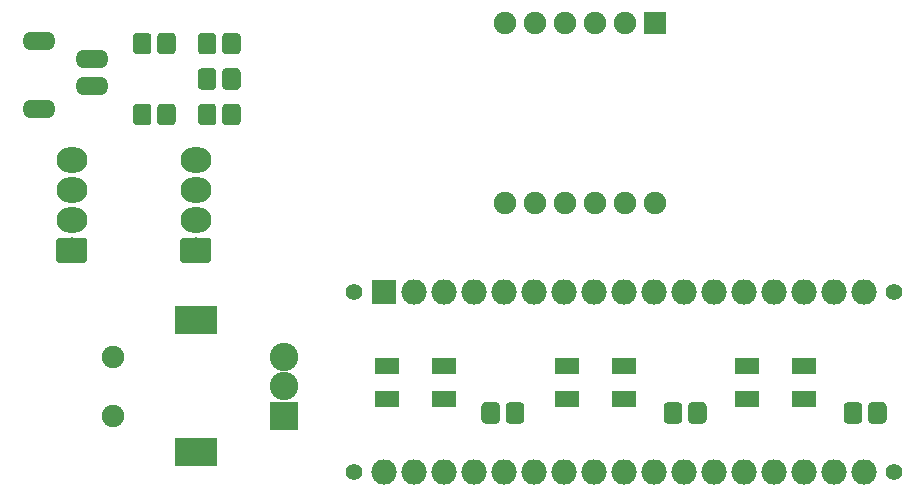
<source format=gbr>
G04 #@! TF.GenerationSoftware,KiCad,Pcbnew,(5.1.4)-1*
G04 #@! TF.CreationDate,2019-09-08T22:11:41-07:00*
G04 #@! TF.ProjectId,arduino-micro,61726475-696e-46f2-9d6d-6963726f2e6b,rev?*
G04 #@! TF.SameCoordinates,Original*
G04 #@! TF.FileFunction,Soldermask,Top*
G04 #@! TF.FilePolarity,Negative*
%FSLAX46Y46*%
G04 Gerber Fmt 4.6, Leading zero omitted, Abs format (unit mm)*
G04 Created by KiCad (PCBNEW (5.1.4)-1) date 2019-09-08 22:11:41*
%MOMM*%
%LPD*%
G04 APERTURE LIST*
%ADD10C,0.100000*%
%ADD11C,1.556400*%
%ADD12O,2.606400X2.146400*%
%ADD13C,2.146400*%
%ADD14O,2.806400X1.606400*%
%ADD15O,2.133600X2.133600*%
%ADD16C,1.422400*%
%ADD17R,2.133600X2.133600*%
%ADD18R,2.006400X1.406400*%
%ADD19C,1.906400*%
%ADD20R,1.906400X1.906400*%
%ADD21R,2.406400X2.406400*%
%ADD22C,2.406400*%
%ADD23R,3.606400X2.406400*%
G04 APERTURE END LIST*
D10*
G36*
X127998017Y-96098429D02*
G01*
X128030861Y-96103301D01*
X128063070Y-96111369D01*
X128094333Y-96122555D01*
X128124349Y-96136752D01*
X128152829Y-96153822D01*
X128179498Y-96173601D01*
X128204100Y-96195900D01*
X128226399Y-96220502D01*
X128246178Y-96247171D01*
X128263248Y-96275651D01*
X128277445Y-96305667D01*
X128288631Y-96336930D01*
X128296699Y-96369139D01*
X128301571Y-96401983D01*
X128303200Y-96435147D01*
X128303200Y-97564853D01*
X128301571Y-97598017D01*
X128296699Y-97630861D01*
X128288631Y-97663070D01*
X128277445Y-97694333D01*
X128263248Y-97724349D01*
X128246178Y-97752829D01*
X128226399Y-97779498D01*
X128204100Y-97804100D01*
X128179498Y-97826399D01*
X128152829Y-97846178D01*
X128124349Y-97863248D01*
X128094333Y-97877445D01*
X128063070Y-97888631D01*
X128030861Y-97896699D01*
X127998017Y-97901571D01*
X127964853Y-97903200D01*
X127085147Y-97903200D01*
X127051983Y-97901571D01*
X127019139Y-97896699D01*
X126986930Y-97888631D01*
X126955667Y-97877445D01*
X126925651Y-97863248D01*
X126897171Y-97846178D01*
X126870502Y-97826399D01*
X126845900Y-97804100D01*
X126823601Y-97779498D01*
X126803822Y-97752829D01*
X126786752Y-97724349D01*
X126772555Y-97694333D01*
X126761369Y-97663070D01*
X126753301Y-97630861D01*
X126748429Y-97598017D01*
X126746800Y-97564853D01*
X126746800Y-96435147D01*
X126748429Y-96401983D01*
X126753301Y-96369139D01*
X126761369Y-96336930D01*
X126772555Y-96305667D01*
X126786752Y-96275651D01*
X126803822Y-96247171D01*
X126823601Y-96220502D01*
X126845900Y-96195900D01*
X126870502Y-96173601D01*
X126897171Y-96153822D01*
X126925651Y-96136752D01*
X126955667Y-96122555D01*
X126986930Y-96111369D01*
X127019139Y-96103301D01*
X127051983Y-96098429D01*
X127085147Y-96096800D01*
X127964853Y-96096800D01*
X127998017Y-96098429D01*
X127998017Y-96098429D01*
G37*
D11*
X127525000Y-97000000D03*
D10*
G36*
X125948017Y-96098429D02*
G01*
X125980861Y-96103301D01*
X126013070Y-96111369D01*
X126044333Y-96122555D01*
X126074349Y-96136752D01*
X126102829Y-96153822D01*
X126129498Y-96173601D01*
X126154100Y-96195900D01*
X126176399Y-96220502D01*
X126196178Y-96247171D01*
X126213248Y-96275651D01*
X126227445Y-96305667D01*
X126238631Y-96336930D01*
X126246699Y-96369139D01*
X126251571Y-96401983D01*
X126253200Y-96435147D01*
X126253200Y-97564853D01*
X126251571Y-97598017D01*
X126246699Y-97630861D01*
X126238631Y-97663070D01*
X126227445Y-97694333D01*
X126213248Y-97724349D01*
X126196178Y-97752829D01*
X126176399Y-97779498D01*
X126154100Y-97804100D01*
X126129498Y-97826399D01*
X126102829Y-97846178D01*
X126074349Y-97863248D01*
X126044333Y-97877445D01*
X126013070Y-97888631D01*
X125980861Y-97896699D01*
X125948017Y-97901571D01*
X125914853Y-97903200D01*
X125035147Y-97903200D01*
X125001983Y-97901571D01*
X124969139Y-97896699D01*
X124936930Y-97888631D01*
X124905667Y-97877445D01*
X124875651Y-97863248D01*
X124847171Y-97846178D01*
X124820502Y-97826399D01*
X124795900Y-97804100D01*
X124773601Y-97779498D01*
X124753822Y-97752829D01*
X124736752Y-97724349D01*
X124722555Y-97694333D01*
X124711369Y-97663070D01*
X124703301Y-97630861D01*
X124698429Y-97598017D01*
X124696800Y-97564853D01*
X124696800Y-96435147D01*
X124698429Y-96401983D01*
X124703301Y-96369139D01*
X124711369Y-96336930D01*
X124722555Y-96305667D01*
X124736752Y-96275651D01*
X124753822Y-96247171D01*
X124773601Y-96220502D01*
X124795900Y-96195900D01*
X124820502Y-96173601D01*
X124847171Y-96153822D01*
X124875651Y-96136752D01*
X124905667Y-96122555D01*
X124936930Y-96111369D01*
X124969139Y-96103301D01*
X125001983Y-96098429D01*
X125035147Y-96096800D01*
X125914853Y-96096800D01*
X125948017Y-96098429D01*
X125948017Y-96098429D01*
G37*
D11*
X125475000Y-97000000D03*
D10*
G36*
X127998017Y-102098429D02*
G01*
X128030861Y-102103301D01*
X128063070Y-102111369D01*
X128094333Y-102122555D01*
X128124349Y-102136752D01*
X128152829Y-102153822D01*
X128179498Y-102173601D01*
X128204100Y-102195900D01*
X128226399Y-102220502D01*
X128246178Y-102247171D01*
X128263248Y-102275651D01*
X128277445Y-102305667D01*
X128288631Y-102336930D01*
X128296699Y-102369139D01*
X128301571Y-102401983D01*
X128303200Y-102435147D01*
X128303200Y-103564853D01*
X128301571Y-103598017D01*
X128296699Y-103630861D01*
X128288631Y-103663070D01*
X128277445Y-103694333D01*
X128263248Y-103724349D01*
X128246178Y-103752829D01*
X128226399Y-103779498D01*
X128204100Y-103804100D01*
X128179498Y-103826399D01*
X128152829Y-103846178D01*
X128124349Y-103863248D01*
X128094333Y-103877445D01*
X128063070Y-103888631D01*
X128030861Y-103896699D01*
X127998017Y-103901571D01*
X127964853Y-103903200D01*
X127085147Y-103903200D01*
X127051983Y-103901571D01*
X127019139Y-103896699D01*
X126986930Y-103888631D01*
X126955667Y-103877445D01*
X126925651Y-103863248D01*
X126897171Y-103846178D01*
X126870502Y-103826399D01*
X126845900Y-103804100D01*
X126823601Y-103779498D01*
X126803822Y-103752829D01*
X126786752Y-103724349D01*
X126772555Y-103694333D01*
X126761369Y-103663070D01*
X126753301Y-103630861D01*
X126748429Y-103598017D01*
X126746800Y-103564853D01*
X126746800Y-102435147D01*
X126748429Y-102401983D01*
X126753301Y-102369139D01*
X126761369Y-102336930D01*
X126772555Y-102305667D01*
X126786752Y-102275651D01*
X126803822Y-102247171D01*
X126823601Y-102220502D01*
X126845900Y-102195900D01*
X126870502Y-102173601D01*
X126897171Y-102153822D01*
X126925651Y-102136752D01*
X126955667Y-102122555D01*
X126986930Y-102111369D01*
X127019139Y-102103301D01*
X127051983Y-102098429D01*
X127085147Y-102096800D01*
X127964853Y-102096800D01*
X127998017Y-102098429D01*
X127998017Y-102098429D01*
G37*
D11*
X127525000Y-103000000D03*
D10*
G36*
X125948017Y-102098429D02*
G01*
X125980861Y-102103301D01*
X126013070Y-102111369D01*
X126044333Y-102122555D01*
X126074349Y-102136752D01*
X126102829Y-102153822D01*
X126129498Y-102173601D01*
X126154100Y-102195900D01*
X126176399Y-102220502D01*
X126196178Y-102247171D01*
X126213248Y-102275651D01*
X126227445Y-102305667D01*
X126238631Y-102336930D01*
X126246699Y-102369139D01*
X126251571Y-102401983D01*
X126253200Y-102435147D01*
X126253200Y-103564853D01*
X126251571Y-103598017D01*
X126246699Y-103630861D01*
X126238631Y-103663070D01*
X126227445Y-103694333D01*
X126213248Y-103724349D01*
X126196178Y-103752829D01*
X126176399Y-103779498D01*
X126154100Y-103804100D01*
X126129498Y-103826399D01*
X126102829Y-103846178D01*
X126074349Y-103863248D01*
X126044333Y-103877445D01*
X126013070Y-103888631D01*
X125980861Y-103896699D01*
X125948017Y-103901571D01*
X125914853Y-103903200D01*
X125035147Y-103903200D01*
X125001983Y-103901571D01*
X124969139Y-103896699D01*
X124936930Y-103888631D01*
X124905667Y-103877445D01*
X124875651Y-103863248D01*
X124847171Y-103846178D01*
X124820502Y-103826399D01*
X124795900Y-103804100D01*
X124773601Y-103779498D01*
X124753822Y-103752829D01*
X124736752Y-103724349D01*
X124722555Y-103694333D01*
X124711369Y-103663070D01*
X124703301Y-103630861D01*
X124698429Y-103598017D01*
X124696800Y-103564853D01*
X124696800Y-102435147D01*
X124698429Y-102401983D01*
X124703301Y-102369139D01*
X124711369Y-102336930D01*
X124722555Y-102305667D01*
X124736752Y-102275651D01*
X124753822Y-102247171D01*
X124773601Y-102220502D01*
X124795900Y-102195900D01*
X124820502Y-102173601D01*
X124847171Y-102153822D01*
X124875651Y-102136752D01*
X124905667Y-102122555D01*
X124936930Y-102111369D01*
X124969139Y-102103301D01*
X125001983Y-102098429D01*
X125035147Y-102096800D01*
X125914853Y-102096800D01*
X125948017Y-102098429D01*
X125948017Y-102098429D01*
G37*
D11*
X125475000Y-103000000D03*
D12*
X119500000Y-106880000D03*
X119500000Y-109420000D03*
X119500000Y-111960000D03*
D10*
G36*
X120525038Y-113428285D02*
G01*
X120554974Y-113432726D01*
X120584331Y-113440079D01*
X120612826Y-113450275D01*
X120640184Y-113463214D01*
X120666142Y-113478773D01*
X120690451Y-113496801D01*
X120712875Y-113517125D01*
X120733199Y-113539549D01*
X120751227Y-113563858D01*
X120766786Y-113589816D01*
X120779725Y-113617174D01*
X120789921Y-113645669D01*
X120797274Y-113675026D01*
X120801715Y-113704962D01*
X120803200Y-113735190D01*
X120803200Y-115264810D01*
X120801715Y-115295038D01*
X120797274Y-115324974D01*
X120789921Y-115354331D01*
X120779725Y-115382826D01*
X120766786Y-115410184D01*
X120751227Y-115436142D01*
X120733199Y-115460451D01*
X120712875Y-115482875D01*
X120690451Y-115503199D01*
X120666142Y-115521227D01*
X120640184Y-115536786D01*
X120612826Y-115549725D01*
X120584331Y-115559921D01*
X120554974Y-115567274D01*
X120525038Y-115571715D01*
X120494810Y-115573200D01*
X118505190Y-115573200D01*
X118474962Y-115571715D01*
X118445026Y-115567274D01*
X118415669Y-115559921D01*
X118387174Y-115549725D01*
X118359816Y-115536786D01*
X118333858Y-115521227D01*
X118309549Y-115503199D01*
X118287125Y-115482875D01*
X118266801Y-115460451D01*
X118248773Y-115436142D01*
X118233214Y-115410184D01*
X118220275Y-115382826D01*
X118210079Y-115354331D01*
X118202726Y-115324974D01*
X118198285Y-115295038D01*
X118196800Y-115264810D01*
X118196800Y-113735190D01*
X118198285Y-113704962D01*
X118202726Y-113675026D01*
X118210079Y-113645669D01*
X118220275Y-113617174D01*
X118233214Y-113589816D01*
X118248773Y-113563858D01*
X118266801Y-113539549D01*
X118287125Y-113517125D01*
X118309549Y-113496801D01*
X118333858Y-113478773D01*
X118359816Y-113463214D01*
X118387174Y-113450275D01*
X118415669Y-113440079D01*
X118445026Y-113432726D01*
X118474962Y-113428285D01*
X118505190Y-113426800D01*
X120494810Y-113426800D01*
X120525038Y-113428285D01*
X120525038Y-113428285D01*
G37*
D13*
X119500000Y-114500000D03*
D12*
X130000000Y-106880000D03*
X130000000Y-109420000D03*
X130000000Y-111960000D03*
D10*
G36*
X131025038Y-113428285D02*
G01*
X131054974Y-113432726D01*
X131084331Y-113440079D01*
X131112826Y-113450275D01*
X131140184Y-113463214D01*
X131166142Y-113478773D01*
X131190451Y-113496801D01*
X131212875Y-113517125D01*
X131233199Y-113539549D01*
X131251227Y-113563858D01*
X131266786Y-113589816D01*
X131279725Y-113617174D01*
X131289921Y-113645669D01*
X131297274Y-113675026D01*
X131301715Y-113704962D01*
X131303200Y-113735190D01*
X131303200Y-115264810D01*
X131301715Y-115295038D01*
X131297274Y-115324974D01*
X131289921Y-115354331D01*
X131279725Y-115382826D01*
X131266786Y-115410184D01*
X131251227Y-115436142D01*
X131233199Y-115460451D01*
X131212875Y-115482875D01*
X131190451Y-115503199D01*
X131166142Y-115521227D01*
X131140184Y-115536786D01*
X131112826Y-115549725D01*
X131084331Y-115559921D01*
X131054974Y-115567274D01*
X131025038Y-115571715D01*
X130994810Y-115573200D01*
X129005190Y-115573200D01*
X128974962Y-115571715D01*
X128945026Y-115567274D01*
X128915669Y-115559921D01*
X128887174Y-115549725D01*
X128859816Y-115536786D01*
X128833858Y-115521227D01*
X128809549Y-115503199D01*
X128787125Y-115482875D01*
X128766801Y-115460451D01*
X128748773Y-115436142D01*
X128733214Y-115410184D01*
X128720275Y-115382826D01*
X128710079Y-115354331D01*
X128702726Y-115324974D01*
X128698285Y-115295038D01*
X128696800Y-115264810D01*
X128696800Y-113735190D01*
X128698285Y-113704962D01*
X128702726Y-113675026D01*
X128710079Y-113645669D01*
X128720275Y-113617174D01*
X128733214Y-113589816D01*
X128748773Y-113563858D01*
X128766801Y-113539549D01*
X128787125Y-113517125D01*
X128809549Y-113496801D01*
X128833858Y-113478773D01*
X128859816Y-113463214D01*
X128887174Y-113450275D01*
X128915669Y-113440079D01*
X128945026Y-113432726D01*
X128974962Y-113428285D01*
X129005190Y-113426800D01*
X130994810Y-113426800D01*
X131025038Y-113428285D01*
X131025038Y-113428285D01*
G37*
D13*
X130000000Y-114500000D03*
D14*
X121200000Y-98300000D03*
X121200000Y-100600000D03*
X116700000Y-96800000D03*
X116700000Y-102500000D03*
D15*
X148480000Y-133240000D03*
X166260000Y-133240000D03*
X168800000Y-133240000D03*
X171340000Y-133240000D03*
X173880000Y-133240000D03*
X176420000Y-133240000D03*
X161180000Y-133240000D03*
X184040000Y-118000000D03*
X186580000Y-118000000D03*
X186580000Y-133240000D03*
X181500000Y-133240000D03*
D16*
X189120000Y-133240000D03*
D15*
X181500000Y-118000000D03*
X178960000Y-118000000D03*
X176420000Y-118000000D03*
X173880000Y-118000000D03*
X171340000Y-118000000D03*
X168800000Y-118000000D03*
X166260000Y-118000000D03*
X163720000Y-118000000D03*
X161180000Y-118000000D03*
X151020000Y-118000000D03*
X153560000Y-118000000D03*
X148480000Y-118000000D03*
X156100000Y-133240000D03*
X184040000Y-133240000D03*
X158640000Y-133240000D03*
X153560000Y-133240000D03*
X158640000Y-118000000D03*
X151020000Y-133240000D03*
X178960000Y-133240000D03*
X145940000Y-133240000D03*
D17*
X145940000Y-118000000D03*
D15*
X156100000Y-118000000D03*
X163720000Y-133240000D03*
D16*
X143400000Y-133240000D03*
X189120000Y-118000000D03*
X143400000Y-118000000D03*
D18*
X181470000Y-124330000D03*
X176670000Y-124330000D03*
X181470000Y-127130000D03*
X176670000Y-127130000D03*
X166230000Y-124330000D03*
X161430000Y-124330000D03*
X166230000Y-127130000D03*
X161430000Y-127130000D03*
X150990000Y-124330000D03*
X146190000Y-124330000D03*
X150990000Y-127130000D03*
X146190000Y-127130000D03*
D19*
X168910000Y-110490000D03*
X166370000Y-110490000D03*
X163830000Y-110490000D03*
X161290000Y-110490000D03*
X158750000Y-110490000D03*
X156210000Y-110490000D03*
X156210000Y-95250000D03*
X158750000Y-95250000D03*
X161290000Y-95250000D03*
X163830000Y-95250000D03*
X166370000Y-95250000D03*
D20*
X168910000Y-95250000D03*
D21*
X137500000Y-128500000D03*
D22*
X137500000Y-126000000D03*
X137500000Y-123500000D03*
D23*
X130000000Y-131600000D03*
X130000000Y-120400000D03*
D19*
X123000000Y-128500000D03*
X123000000Y-123500000D03*
D10*
G36*
X188188017Y-127368429D02*
G01*
X188220861Y-127373301D01*
X188253070Y-127381369D01*
X188284333Y-127392555D01*
X188314349Y-127406752D01*
X188342829Y-127423822D01*
X188369498Y-127443601D01*
X188394100Y-127465900D01*
X188416399Y-127490502D01*
X188436178Y-127517171D01*
X188453248Y-127545651D01*
X188467445Y-127575667D01*
X188478631Y-127606930D01*
X188486699Y-127639139D01*
X188491571Y-127671983D01*
X188493200Y-127705147D01*
X188493200Y-128834853D01*
X188491571Y-128868017D01*
X188486699Y-128900861D01*
X188478631Y-128933070D01*
X188467445Y-128964333D01*
X188453248Y-128994349D01*
X188436178Y-129022829D01*
X188416399Y-129049498D01*
X188394100Y-129074100D01*
X188369498Y-129096399D01*
X188342829Y-129116178D01*
X188314349Y-129133248D01*
X188284333Y-129147445D01*
X188253070Y-129158631D01*
X188220861Y-129166699D01*
X188188017Y-129171571D01*
X188154853Y-129173200D01*
X187275147Y-129173200D01*
X187241983Y-129171571D01*
X187209139Y-129166699D01*
X187176930Y-129158631D01*
X187145667Y-129147445D01*
X187115651Y-129133248D01*
X187087171Y-129116178D01*
X187060502Y-129096399D01*
X187035900Y-129074100D01*
X187013601Y-129049498D01*
X186993822Y-129022829D01*
X186976752Y-128994349D01*
X186962555Y-128964333D01*
X186951369Y-128933070D01*
X186943301Y-128900861D01*
X186938429Y-128868017D01*
X186936800Y-128834853D01*
X186936800Y-127705147D01*
X186938429Y-127671983D01*
X186943301Y-127639139D01*
X186951369Y-127606930D01*
X186962555Y-127575667D01*
X186976752Y-127545651D01*
X186993822Y-127517171D01*
X187013601Y-127490502D01*
X187035900Y-127465900D01*
X187060502Y-127443601D01*
X187087171Y-127423822D01*
X187115651Y-127406752D01*
X187145667Y-127392555D01*
X187176930Y-127381369D01*
X187209139Y-127373301D01*
X187241983Y-127368429D01*
X187275147Y-127366800D01*
X188154853Y-127366800D01*
X188188017Y-127368429D01*
X188188017Y-127368429D01*
G37*
D11*
X187715000Y-128270000D03*
D10*
G36*
X186138017Y-127368429D02*
G01*
X186170861Y-127373301D01*
X186203070Y-127381369D01*
X186234333Y-127392555D01*
X186264349Y-127406752D01*
X186292829Y-127423822D01*
X186319498Y-127443601D01*
X186344100Y-127465900D01*
X186366399Y-127490502D01*
X186386178Y-127517171D01*
X186403248Y-127545651D01*
X186417445Y-127575667D01*
X186428631Y-127606930D01*
X186436699Y-127639139D01*
X186441571Y-127671983D01*
X186443200Y-127705147D01*
X186443200Y-128834853D01*
X186441571Y-128868017D01*
X186436699Y-128900861D01*
X186428631Y-128933070D01*
X186417445Y-128964333D01*
X186403248Y-128994349D01*
X186386178Y-129022829D01*
X186366399Y-129049498D01*
X186344100Y-129074100D01*
X186319498Y-129096399D01*
X186292829Y-129116178D01*
X186264349Y-129133248D01*
X186234333Y-129147445D01*
X186203070Y-129158631D01*
X186170861Y-129166699D01*
X186138017Y-129171571D01*
X186104853Y-129173200D01*
X185225147Y-129173200D01*
X185191983Y-129171571D01*
X185159139Y-129166699D01*
X185126930Y-129158631D01*
X185095667Y-129147445D01*
X185065651Y-129133248D01*
X185037171Y-129116178D01*
X185010502Y-129096399D01*
X184985900Y-129074100D01*
X184963601Y-129049498D01*
X184943822Y-129022829D01*
X184926752Y-128994349D01*
X184912555Y-128964333D01*
X184901369Y-128933070D01*
X184893301Y-128900861D01*
X184888429Y-128868017D01*
X184886800Y-128834853D01*
X184886800Y-127705147D01*
X184888429Y-127671983D01*
X184893301Y-127639139D01*
X184901369Y-127606930D01*
X184912555Y-127575667D01*
X184926752Y-127545651D01*
X184943822Y-127517171D01*
X184963601Y-127490502D01*
X184985900Y-127465900D01*
X185010502Y-127443601D01*
X185037171Y-127423822D01*
X185065651Y-127406752D01*
X185095667Y-127392555D01*
X185126930Y-127381369D01*
X185159139Y-127373301D01*
X185191983Y-127368429D01*
X185225147Y-127366800D01*
X186104853Y-127366800D01*
X186138017Y-127368429D01*
X186138017Y-127368429D01*
G37*
D11*
X185665000Y-128270000D03*
D10*
G36*
X157498017Y-127368429D02*
G01*
X157530861Y-127373301D01*
X157563070Y-127381369D01*
X157594333Y-127392555D01*
X157624349Y-127406752D01*
X157652829Y-127423822D01*
X157679498Y-127443601D01*
X157704100Y-127465900D01*
X157726399Y-127490502D01*
X157746178Y-127517171D01*
X157763248Y-127545651D01*
X157777445Y-127575667D01*
X157788631Y-127606930D01*
X157796699Y-127639139D01*
X157801571Y-127671983D01*
X157803200Y-127705147D01*
X157803200Y-128834853D01*
X157801571Y-128868017D01*
X157796699Y-128900861D01*
X157788631Y-128933070D01*
X157777445Y-128964333D01*
X157763248Y-128994349D01*
X157746178Y-129022829D01*
X157726399Y-129049498D01*
X157704100Y-129074100D01*
X157679498Y-129096399D01*
X157652829Y-129116178D01*
X157624349Y-129133248D01*
X157594333Y-129147445D01*
X157563070Y-129158631D01*
X157530861Y-129166699D01*
X157498017Y-129171571D01*
X157464853Y-129173200D01*
X156585147Y-129173200D01*
X156551983Y-129171571D01*
X156519139Y-129166699D01*
X156486930Y-129158631D01*
X156455667Y-129147445D01*
X156425651Y-129133248D01*
X156397171Y-129116178D01*
X156370502Y-129096399D01*
X156345900Y-129074100D01*
X156323601Y-129049498D01*
X156303822Y-129022829D01*
X156286752Y-128994349D01*
X156272555Y-128964333D01*
X156261369Y-128933070D01*
X156253301Y-128900861D01*
X156248429Y-128868017D01*
X156246800Y-128834853D01*
X156246800Y-127705147D01*
X156248429Y-127671983D01*
X156253301Y-127639139D01*
X156261369Y-127606930D01*
X156272555Y-127575667D01*
X156286752Y-127545651D01*
X156303822Y-127517171D01*
X156323601Y-127490502D01*
X156345900Y-127465900D01*
X156370502Y-127443601D01*
X156397171Y-127423822D01*
X156425651Y-127406752D01*
X156455667Y-127392555D01*
X156486930Y-127381369D01*
X156519139Y-127373301D01*
X156551983Y-127368429D01*
X156585147Y-127366800D01*
X157464853Y-127366800D01*
X157498017Y-127368429D01*
X157498017Y-127368429D01*
G37*
D11*
X157025000Y-128270000D03*
D10*
G36*
X155448017Y-127368429D02*
G01*
X155480861Y-127373301D01*
X155513070Y-127381369D01*
X155544333Y-127392555D01*
X155574349Y-127406752D01*
X155602829Y-127423822D01*
X155629498Y-127443601D01*
X155654100Y-127465900D01*
X155676399Y-127490502D01*
X155696178Y-127517171D01*
X155713248Y-127545651D01*
X155727445Y-127575667D01*
X155738631Y-127606930D01*
X155746699Y-127639139D01*
X155751571Y-127671983D01*
X155753200Y-127705147D01*
X155753200Y-128834853D01*
X155751571Y-128868017D01*
X155746699Y-128900861D01*
X155738631Y-128933070D01*
X155727445Y-128964333D01*
X155713248Y-128994349D01*
X155696178Y-129022829D01*
X155676399Y-129049498D01*
X155654100Y-129074100D01*
X155629498Y-129096399D01*
X155602829Y-129116178D01*
X155574349Y-129133248D01*
X155544333Y-129147445D01*
X155513070Y-129158631D01*
X155480861Y-129166699D01*
X155448017Y-129171571D01*
X155414853Y-129173200D01*
X154535147Y-129173200D01*
X154501983Y-129171571D01*
X154469139Y-129166699D01*
X154436930Y-129158631D01*
X154405667Y-129147445D01*
X154375651Y-129133248D01*
X154347171Y-129116178D01*
X154320502Y-129096399D01*
X154295900Y-129074100D01*
X154273601Y-129049498D01*
X154253822Y-129022829D01*
X154236752Y-128994349D01*
X154222555Y-128964333D01*
X154211369Y-128933070D01*
X154203301Y-128900861D01*
X154198429Y-128868017D01*
X154196800Y-128834853D01*
X154196800Y-127705147D01*
X154198429Y-127671983D01*
X154203301Y-127639139D01*
X154211369Y-127606930D01*
X154222555Y-127575667D01*
X154236752Y-127545651D01*
X154253822Y-127517171D01*
X154273601Y-127490502D01*
X154295900Y-127465900D01*
X154320502Y-127443601D01*
X154347171Y-127423822D01*
X154375651Y-127406752D01*
X154405667Y-127392555D01*
X154436930Y-127381369D01*
X154469139Y-127373301D01*
X154501983Y-127368429D01*
X154535147Y-127366800D01*
X155414853Y-127366800D01*
X155448017Y-127368429D01*
X155448017Y-127368429D01*
G37*
D11*
X154975000Y-128270000D03*
D10*
G36*
X172948017Y-127368429D02*
G01*
X172980861Y-127373301D01*
X173013070Y-127381369D01*
X173044333Y-127392555D01*
X173074349Y-127406752D01*
X173102829Y-127423822D01*
X173129498Y-127443601D01*
X173154100Y-127465900D01*
X173176399Y-127490502D01*
X173196178Y-127517171D01*
X173213248Y-127545651D01*
X173227445Y-127575667D01*
X173238631Y-127606930D01*
X173246699Y-127639139D01*
X173251571Y-127671983D01*
X173253200Y-127705147D01*
X173253200Y-128834853D01*
X173251571Y-128868017D01*
X173246699Y-128900861D01*
X173238631Y-128933070D01*
X173227445Y-128964333D01*
X173213248Y-128994349D01*
X173196178Y-129022829D01*
X173176399Y-129049498D01*
X173154100Y-129074100D01*
X173129498Y-129096399D01*
X173102829Y-129116178D01*
X173074349Y-129133248D01*
X173044333Y-129147445D01*
X173013070Y-129158631D01*
X172980861Y-129166699D01*
X172948017Y-129171571D01*
X172914853Y-129173200D01*
X172035147Y-129173200D01*
X172001983Y-129171571D01*
X171969139Y-129166699D01*
X171936930Y-129158631D01*
X171905667Y-129147445D01*
X171875651Y-129133248D01*
X171847171Y-129116178D01*
X171820502Y-129096399D01*
X171795900Y-129074100D01*
X171773601Y-129049498D01*
X171753822Y-129022829D01*
X171736752Y-128994349D01*
X171722555Y-128964333D01*
X171711369Y-128933070D01*
X171703301Y-128900861D01*
X171698429Y-128868017D01*
X171696800Y-128834853D01*
X171696800Y-127705147D01*
X171698429Y-127671983D01*
X171703301Y-127639139D01*
X171711369Y-127606930D01*
X171722555Y-127575667D01*
X171736752Y-127545651D01*
X171753822Y-127517171D01*
X171773601Y-127490502D01*
X171795900Y-127465900D01*
X171820502Y-127443601D01*
X171847171Y-127423822D01*
X171875651Y-127406752D01*
X171905667Y-127392555D01*
X171936930Y-127381369D01*
X171969139Y-127373301D01*
X172001983Y-127368429D01*
X172035147Y-127366800D01*
X172914853Y-127366800D01*
X172948017Y-127368429D01*
X172948017Y-127368429D01*
G37*
D11*
X172475000Y-128270000D03*
D10*
G36*
X170898017Y-127368429D02*
G01*
X170930861Y-127373301D01*
X170963070Y-127381369D01*
X170994333Y-127392555D01*
X171024349Y-127406752D01*
X171052829Y-127423822D01*
X171079498Y-127443601D01*
X171104100Y-127465900D01*
X171126399Y-127490502D01*
X171146178Y-127517171D01*
X171163248Y-127545651D01*
X171177445Y-127575667D01*
X171188631Y-127606930D01*
X171196699Y-127639139D01*
X171201571Y-127671983D01*
X171203200Y-127705147D01*
X171203200Y-128834853D01*
X171201571Y-128868017D01*
X171196699Y-128900861D01*
X171188631Y-128933070D01*
X171177445Y-128964333D01*
X171163248Y-128994349D01*
X171146178Y-129022829D01*
X171126399Y-129049498D01*
X171104100Y-129074100D01*
X171079498Y-129096399D01*
X171052829Y-129116178D01*
X171024349Y-129133248D01*
X170994333Y-129147445D01*
X170963070Y-129158631D01*
X170930861Y-129166699D01*
X170898017Y-129171571D01*
X170864853Y-129173200D01*
X169985147Y-129173200D01*
X169951983Y-129171571D01*
X169919139Y-129166699D01*
X169886930Y-129158631D01*
X169855667Y-129147445D01*
X169825651Y-129133248D01*
X169797171Y-129116178D01*
X169770502Y-129096399D01*
X169745900Y-129074100D01*
X169723601Y-129049498D01*
X169703822Y-129022829D01*
X169686752Y-128994349D01*
X169672555Y-128964333D01*
X169661369Y-128933070D01*
X169653301Y-128900861D01*
X169648429Y-128868017D01*
X169646800Y-128834853D01*
X169646800Y-127705147D01*
X169648429Y-127671983D01*
X169653301Y-127639139D01*
X169661369Y-127606930D01*
X169672555Y-127575667D01*
X169686752Y-127545651D01*
X169703822Y-127517171D01*
X169723601Y-127490502D01*
X169745900Y-127465900D01*
X169770502Y-127443601D01*
X169797171Y-127423822D01*
X169825651Y-127406752D01*
X169855667Y-127392555D01*
X169886930Y-127381369D01*
X169919139Y-127373301D01*
X169951983Y-127368429D01*
X169985147Y-127366800D01*
X170864853Y-127366800D01*
X170898017Y-127368429D01*
X170898017Y-127368429D01*
G37*
D11*
X170425000Y-128270000D03*
D10*
G36*
X133498017Y-99098429D02*
G01*
X133530861Y-99103301D01*
X133563070Y-99111369D01*
X133594333Y-99122555D01*
X133624349Y-99136752D01*
X133652829Y-99153822D01*
X133679498Y-99173601D01*
X133704100Y-99195900D01*
X133726399Y-99220502D01*
X133746178Y-99247171D01*
X133763248Y-99275651D01*
X133777445Y-99305667D01*
X133788631Y-99336930D01*
X133796699Y-99369139D01*
X133801571Y-99401983D01*
X133803200Y-99435147D01*
X133803200Y-100564853D01*
X133801571Y-100598017D01*
X133796699Y-100630861D01*
X133788631Y-100663070D01*
X133777445Y-100694333D01*
X133763248Y-100724349D01*
X133746178Y-100752829D01*
X133726399Y-100779498D01*
X133704100Y-100804100D01*
X133679498Y-100826399D01*
X133652829Y-100846178D01*
X133624349Y-100863248D01*
X133594333Y-100877445D01*
X133563070Y-100888631D01*
X133530861Y-100896699D01*
X133498017Y-100901571D01*
X133464853Y-100903200D01*
X132585147Y-100903200D01*
X132551983Y-100901571D01*
X132519139Y-100896699D01*
X132486930Y-100888631D01*
X132455667Y-100877445D01*
X132425651Y-100863248D01*
X132397171Y-100846178D01*
X132370502Y-100826399D01*
X132345900Y-100804100D01*
X132323601Y-100779498D01*
X132303822Y-100752829D01*
X132286752Y-100724349D01*
X132272555Y-100694333D01*
X132261369Y-100663070D01*
X132253301Y-100630861D01*
X132248429Y-100598017D01*
X132246800Y-100564853D01*
X132246800Y-99435147D01*
X132248429Y-99401983D01*
X132253301Y-99369139D01*
X132261369Y-99336930D01*
X132272555Y-99305667D01*
X132286752Y-99275651D01*
X132303822Y-99247171D01*
X132323601Y-99220502D01*
X132345900Y-99195900D01*
X132370502Y-99173601D01*
X132397171Y-99153822D01*
X132425651Y-99136752D01*
X132455667Y-99122555D01*
X132486930Y-99111369D01*
X132519139Y-99103301D01*
X132551983Y-99098429D01*
X132585147Y-99096800D01*
X133464853Y-99096800D01*
X133498017Y-99098429D01*
X133498017Y-99098429D01*
G37*
D11*
X133025000Y-100000000D03*
D10*
G36*
X131448017Y-99098429D02*
G01*
X131480861Y-99103301D01*
X131513070Y-99111369D01*
X131544333Y-99122555D01*
X131574349Y-99136752D01*
X131602829Y-99153822D01*
X131629498Y-99173601D01*
X131654100Y-99195900D01*
X131676399Y-99220502D01*
X131696178Y-99247171D01*
X131713248Y-99275651D01*
X131727445Y-99305667D01*
X131738631Y-99336930D01*
X131746699Y-99369139D01*
X131751571Y-99401983D01*
X131753200Y-99435147D01*
X131753200Y-100564853D01*
X131751571Y-100598017D01*
X131746699Y-100630861D01*
X131738631Y-100663070D01*
X131727445Y-100694333D01*
X131713248Y-100724349D01*
X131696178Y-100752829D01*
X131676399Y-100779498D01*
X131654100Y-100804100D01*
X131629498Y-100826399D01*
X131602829Y-100846178D01*
X131574349Y-100863248D01*
X131544333Y-100877445D01*
X131513070Y-100888631D01*
X131480861Y-100896699D01*
X131448017Y-100901571D01*
X131414853Y-100903200D01*
X130535147Y-100903200D01*
X130501983Y-100901571D01*
X130469139Y-100896699D01*
X130436930Y-100888631D01*
X130405667Y-100877445D01*
X130375651Y-100863248D01*
X130347171Y-100846178D01*
X130320502Y-100826399D01*
X130295900Y-100804100D01*
X130273601Y-100779498D01*
X130253822Y-100752829D01*
X130236752Y-100724349D01*
X130222555Y-100694333D01*
X130211369Y-100663070D01*
X130203301Y-100630861D01*
X130198429Y-100598017D01*
X130196800Y-100564853D01*
X130196800Y-99435147D01*
X130198429Y-99401983D01*
X130203301Y-99369139D01*
X130211369Y-99336930D01*
X130222555Y-99305667D01*
X130236752Y-99275651D01*
X130253822Y-99247171D01*
X130273601Y-99220502D01*
X130295900Y-99195900D01*
X130320502Y-99173601D01*
X130347171Y-99153822D01*
X130375651Y-99136752D01*
X130405667Y-99122555D01*
X130436930Y-99111369D01*
X130469139Y-99103301D01*
X130501983Y-99098429D01*
X130535147Y-99096800D01*
X131414853Y-99096800D01*
X131448017Y-99098429D01*
X131448017Y-99098429D01*
G37*
D11*
X130975000Y-100000000D03*
D10*
G36*
X133498017Y-96098429D02*
G01*
X133530861Y-96103301D01*
X133563070Y-96111369D01*
X133594333Y-96122555D01*
X133624349Y-96136752D01*
X133652829Y-96153822D01*
X133679498Y-96173601D01*
X133704100Y-96195900D01*
X133726399Y-96220502D01*
X133746178Y-96247171D01*
X133763248Y-96275651D01*
X133777445Y-96305667D01*
X133788631Y-96336930D01*
X133796699Y-96369139D01*
X133801571Y-96401983D01*
X133803200Y-96435147D01*
X133803200Y-97564853D01*
X133801571Y-97598017D01*
X133796699Y-97630861D01*
X133788631Y-97663070D01*
X133777445Y-97694333D01*
X133763248Y-97724349D01*
X133746178Y-97752829D01*
X133726399Y-97779498D01*
X133704100Y-97804100D01*
X133679498Y-97826399D01*
X133652829Y-97846178D01*
X133624349Y-97863248D01*
X133594333Y-97877445D01*
X133563070Y-97888631D01*
X133530861Y-97896699D01*
X133498017Y-97901571D01*
X133464853Y-97903200D01*
X132585147Y-97903200D01*
X132551983Y-97901571D01*
X132519139Y-97896699D01*
X132486930Y-97888631D01*
X132455667Y-97877445D01*
X132425651Y-97863248D01*
X132397171Y-97846178D01*
X132370502Y-97826399D01*
X132345900Y-97804100D01*
X132323601Y-97779498D01*
X132303822Y-97752829D01*
X132286752Y-97724349D01*
X132272555Y-97694333D01*
X132261369Y-97663070D01*
X132253301Y-97630861D01*
X132248429Y-97598017D01*
X132246800Y-97564853D01*
X132246800Y-96435147D01*
X132248429Y-96401983D01*
X132253301Y-96369139D01*
X132261369Y-96336930D01*
X132272555Y-96305667D01*
X132286752Y-96275651D01*
X132303822Y-96247171D01*
X132323601Y-96220502D01*
X132345900Y-96195900D01*
X132370502Y-96173601D01*
X132397171Y-96153822D01*
X132425651Y-96136752D01*
X132455667Y-96122555D01*
X132486930Y-96111369D01*
X132519139Y-96103301D01*
X132551983Y-96098429D01*
X132585147Y-96096800D01*
X133464853Y-96096800D01*
X133498017Y-96098429D01*
X133498017Y-96098429D01*
G37*
D11*
X133025000Y-97000000D03*
D10*
G36*
X131448017Y-96098429D02*
G01*
X131480861Y-96103301D01*
X131513070Y-96111369D01*
X131544333Y-96122555D01*
X131574349Y-96136752D01*
X131602829Y-96153822D01*
X131629498Y-96173601D01*
X131654100Y-96195900D01*
X131676399Y-96220502D01*
X131696178Y-96247171D01*
X131713248Y-96275651D01*
X131727445Y-96305667D01*
X131738631Y-96336930D01*
X131746699Y-96369139D01*
X131751571Y-96401983D01*
X131753200Y-96435147D01*
X131753200Y-97564853D01*
X131751571Y-97598017D01*
X131746699Y-97630861D01*
X131738631Y-97663070D01*
X131727445Y-97694333D01*
X131713248Y-97724349D01*
X131696178Y-97752829D01*
X131676399Y-97779498D01*
X131654100Y-97804100D01*
X131629498Y-97826399D01*
X131602829Y-97846178D01*
X131574349Y-97863248D01*
X131544333Y-97877445D01*
X131513070Y-97888631D01*
X131480861Y-97896699D01*
X131448017Y-97901571D01*
X131414853Y-97903200D01*
X130535147Y-97903200D01*
X130501983Y-97901571D01*
X130469139Y-97896699D01*
X130436930Y-97888631D01*
X130405667Y-97877445D01*
X130375651Y-97863248D01*
X130347171Y-97846178D01*
X130320502Y-97826399D01*
X130295900Y-97804100D01*
X130273601Y-97779498D01*
X130253822Y-97752829D01*
X130236752Y-97724349D01*
X130222555Y-97694333D01*
X130211369Y-97663070D01*
X130203301Y-97630861D01*
X130198429Y-97598017D01*
X130196800Y-97564853D01*
X130196800Y-96435147D01*
X130198429Y-96401983D01*
X130203301Y-96369139D01*
X130211369Y-96336930D01*
X130222555Y-96305667D01*
X130236752Y-96275651D01*
X130253822Y-96247171D01*
X130273601Y-96220502D01*
X130295900Y-96195900D01*
X130320502Y-96173601D01*
X130347171Y-96153822D01*
X130375651Y-96136752D01*
X130405667Y-96122555D01*
X130436930Y-96111369D01*
X130469139Y-96103301D01*
X130501983Y-96098429D01*
X130535147Y-96096800D01*
X131414853Y-96096800D01*
X131448017Y-96098429D01*
X131448017Y-96098429D01*
G37*
D11*
X130975000Y-97000000D03*
D10*
G36*
X133498017Y-102098429D02*
G01*
X133530861Y-102103301D01*
X133563070Y-102111369D01*
X133594333Y-102122555D01*
X133624349Y-102136752D01*
X133652829Y-102153822D01*
X133679498Y-102173601D01*
X133704100Y-102195900D01*
X133726399Y-102220502D01*
X133746178Y-102247171D01*
X133763248Y-102275651D01*
X133777445Y-102305667D01*
X133788631Y-102336930D01*
X133796699Y-102369139D01*
X133801571Y-102401983D01*
X133803200Y-102435147D01*
X133803200Y-103564853D01*
X133801571Y-103598017D01*
X133796699Y-103630861D01*
X133788631Y-103663070D01*
X133777445Y-103694333D01*
X133763248Y-103724349D01*
X133746178Y-103752829D01*
X133726399Y-103779498D01*
X133704100Y-103804100D01*
X133679498Y-103826399D01*
X133652829Y-103846178D01*
X133624349Y-103863248D01*
X133594333Y-103877445D01*
X133563070Y-103888631D01*
X133530861Y-103896699D01*
X133498017Y-103901571D01*
X133464853Y-103903200D01*
X132585147Y-103903200D01*
X132551983Y-103901571D01*
X132519139Y-103896699D01*
X132486930Y-103888631D01*
X132455667Y-103877445D01*
X132425651Y-103863248D01*
X132397171Y-103846178D01*
X132370502Y-103826399D01*
X132345900Y-103804100D01*
X132323601Y-103779498D01*
X132303822Y-103752829D01*
X132286752Y-103724349D01*
X132272555Y-103694333D01*
X132261369Y-103663070D01*
X132253301Y-103630861D01*
X132248429Y-103598017D01*
X132246800Y-103564853D01*
X132246800Y-102435147D01*
X132248429Y-102401983D01*
X132253301Y-102369139D01*
X132261369Y-102336930D01*
X132272555Y-102305667D01*
X132286752Y-102275651D01*
X132303822Y-102247171D01*
X132323601Y-102220502D01*
X132345900Y-102195900D01*
X132370502Y-102173601D01*
X132397171Y-102153822D01*
X132425651Y-102136752D01*
X132455667Y-102122555D01*
X132486930Y-102111369D01*
X132519139Y-102103301D01*
X132551983Y-102098429D01*
X132585147Y-102096800D01*
X133464853Y-102096800D01*
X133498017Y-102098429D01*
X133498017Y-102098429D01*
G37*
D11*
X133025000Y-103000000D03*
D10*
G36*
X131448017Y-102098429D02*
G01*
X131480861Y-102103301D01*
X131513070Y-102111369D01*
X131544333Y-102122555D01*
X131574349Y-102136752D01*
X131602829Y-102153822D01*
X131629498Y-102173601D01*
X131654100Y-102195900D01*
X131676399Y-102220502D01*
X131696178Y-102247171D01*
X131713248Y-102275651D01*
X131727445Y-102305667D01*
X131738631Y-102336930D01*
X131746699Y-102369139D01*
X131751571Y-102401983D01*
X131753200Y-102435147D01*
X131753200Y-103564853D01*
X131751571Y-103598017D01*
X131746699Y-103630861D01*
X131738631Y-103663070D01*
X131727445Y-103694333D01*
X131713248Y-103724349D01*
X131696178Y-103752829D01*
X131676399Y-103779498D01*
X131654100Y-103804100D01*
X131629498Y-103826399D01*
X131602829Y-103846178D01*
X131574349Y-103863248D01*
X131544333Y-103877445D01*
X131513070Y-103888631D01*
X131480861Y-103896699D01*
X131448017Y-103901571D01*
X131414853Y-103903200D01*
X130535147Y-103903200D01*
X130501983Y-103901571D01*
X130469139Y-103896699D01*
X130436930Y-103888631D01*
X130405667Y-103877445D01*
X130375651Y-103863248D01*
X130347171Y-103846178D01*
X130320502Y-103826399D01*
X130295900Y-103804100D01*
X130273601Y-103779498D01*
X130253822Y-103752829D01*
X130236752Y-103724349D01*
X130222555Y-103694333D01*
X130211369Y-103663070D01*
X130203301Y-103630861D01*
X130198429Y-103598017D01*
X130196800Y-103564853D01*
X130196800Y-102435147D01*
X130198429Y-102401983D01*
X130203301Y-102369139D01*
X130211369Y-102336930D01*
X130222555Y-102305667D01*
X130236752Y-102275651D01*
X130253822Y-102247171D01*
X130273601Y-102220502D01*
X130295900Y-102195900D01*
X130320502Y-102173601D01*
X130347171Y-102153822D01*
X130375651Y-102136752D01*
X130405667Y-102122555D01*
X130436930Y-102111369D01*
X130469139Y-102103301D01*
X130501983Y-102098429D01*
X130535147Y-102096800D01*
X131414853Y-102096800D01*
X131448017Y-102098429D01*
X131448017Y-102098429D01*
G37*
D11*
X130975000Y-103000000D03*
M02*

</source>
